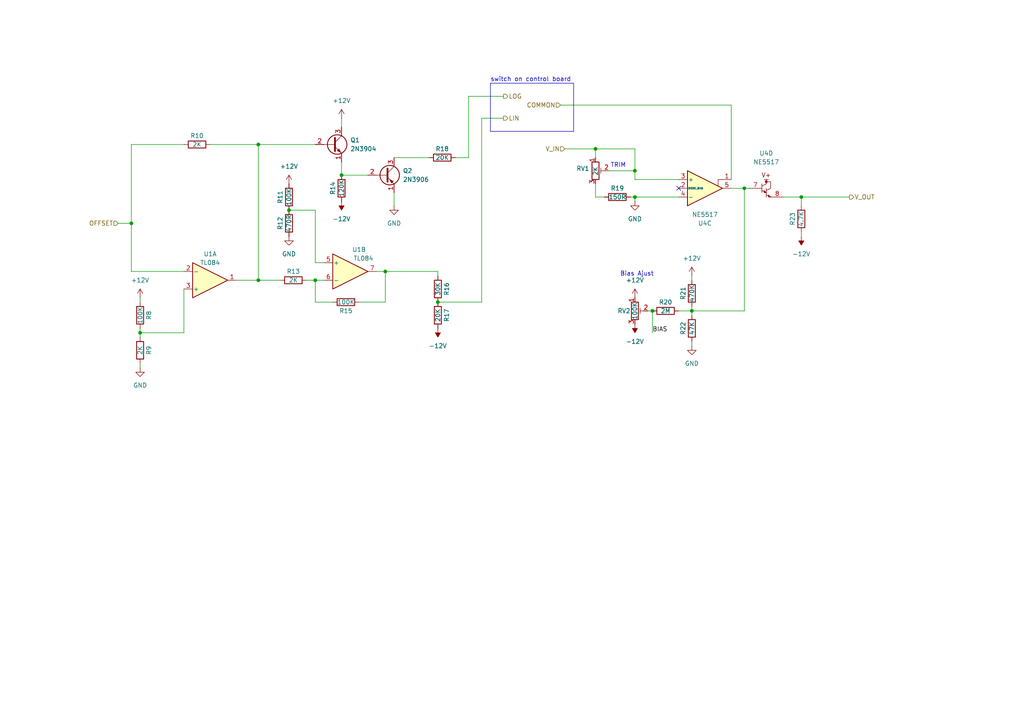
<source format=kicad_sch>
(kicad_sch (version 20250114) (generator "eeschema") (generator_version "9.0")
  (paper "A4")
  (lib_symbols
    (symbol "Amplifier_Operational:LM13700" (pin_names (offset 0.127))
      (property "Reference" "U" (at 3.81 5.08 0))
      (property "Value" "LM13700" (at 5.08 -5.08 0))
      (symbol "LM13700_1_1"
        (polyline (pts (xy 3.81 -0.635) (xy 3.81 -2.54) (xy 5.08 -2.54)))
        (polyline (pts (xy 5.08 0) (xy -5.08 -5.08) (xy -5.08 5.08) (xy 5.08 0)) (stroke (width 0.254)) (fill (type background)))
        (pin input line (at -7.62 2.54 0) (length 2.54) (name "-") (number "13"))
        (pin input line (at -7.62 0 0) (length 2.54) (name "DIODE_BIAS") (number "15"))
        (pin input line (at -7.62 -2.54 0) (length 2.54) (name "+") (number "14"))
        (pin output line (at 7.62 0 180) (length 2.54) (name "~") (number "12"))
        (pin input line (at 7.62 -2.54 180) (length 2.54) (name "~") (number "16"))
      )
      (symbol "LM13700_2_0"
        (polyline (pts (xy -1.905 2.54) (xy -3.175 2.54)))
      )
      (symbol "LM13700_2_1"
        (polyline (pts (xy -3.81 1.27) (xy -3.81 -1.27)))
        (polyline (pts (xy -3.81 0.635) (xy -2.54 1.27) (xy -2.54 1.905) (xy -2.54 2.54)))
        (polyline (pts (xy -3.81 -0.635) (xy -2.54 -1.27)))
        (circle (center -2.54 1.905) (radius 0.254) (stroke (width 0.254)) (fill (type outline)))
        (polyline (pts (xy -2.54 0) (xy -2.54 -2.54)))
        (polyline (pts (xy -2.54 -0.635) (xy -1.27 0) (xy -1.27 1.905) (xy -2.54 1.905)))
        (polyline (pts (xy -2.54 -1.27) (xy -3.175 -0.635) (xy -3.175 -1.27) (xy -2.54 -1.27)) (fill (type outline)))
        (polyline (pts (xy -2.54 -1.905) (xy -1.27 -2.54)))
        (polyline (pts (xy -1.27 -2.54) (xy -1.905 -1.905) (xy -1.905 -2.54) (xy -1.27 -2.54)) (fill (type outline)))
        (text "V+" (at -2.54 3.81 0) (effects (font (size 1.27 1.27))))
        (pin input line (at -7.62 0 0) (length 3.81) (name "~") (number "10"))
        (pin output line (at 2.54 -2.54 180) (length 3.81) (name "~") (number "9"))
      )
      (symbol "LM13700_3_1"
        (polyline (pts (xy 3.81 -0.635) (xy 3.81 -2.54) (xy 5.08 -2.54)))
        (polyline (pts (xy 5.08 0) (xy -5.08 -5.08) (xy -5.08 5.08) (xy 5.08 0)) (stroke (width 0.254)) (fill (type background)))
        (pin input line (at -7.62 2.54 0) (length 2.54) (name "-") (number "4"))
        (pin input line (at -7.62 0 0) (length 2.54) (name "DIODE_BIAS") (number "2"))
        (pin input line (at -7.62 -2.54 0) (length 2.54) (name "+") (number "3"))
        (pin output line (at 7.62 0 180) (length 2.54) (name "~") (number "5"))
        (pin input line (at 7.62 -2.54 180) (length 2.54) (name "~") (number "1"))
      )
      (symbol "LM13700_4_0"
        (polyline (pts (xy -3.175 2.54) (xy -1.905 2.54)))
        (text "V+" (at -2.54 3.81 0) (effects (font (size 1.27 1.27))))
      )
      (symbol "LM13700_4_1"
        (polyline (pts (xy -3.81 1.27) (xy -3.81 -1.27)))
        (polyline (pts (xy -3.81 0.635) (xy -2.54 1.27) (xy -2.54 2.54)))
        (polyline (pts (xy -3.81 -0.635) (xy -2.54 -1.27)))
        (circle (center -2.54 1.905) (radius 0.254) (stroke (width 0.254)) (fill (type outline)))
        (polyline (pts (xy -2.54 0) (xy -2.54 -2.54)))
        (polyline (pts (xy -2.54 -0.635) (xy -1.27 0) (xy -1.27 1.905) (xy -2.54 1.905)))
        (polyline (pts (xy -2.54 -1.27) (xy -3.175 -0.635) (xy -3.175 -1.27) (xy -2.54 -1.27)) (fill (type outline)))
        (polyline (pts (xy -2.54 -1.905) (xy -1.27 -2.54)))
        (polyline (pts (xy -1.27 -2.54) (xy -1.905 -1.905) (xy -1.905 -2.54) (xy -1.27 -2.54)) (fill (type outline)))
        (pin input line (at -7.62 0 0) (length 3.81) (name "~") (number "7"))
        (pin output line (at 2.54 -2.54 180) (length 3.81) (name "~") (number "8"))
      )
      (symbol "LM13700_5_1"
        (pin power_in line (at -2.54 7.62 270) (length 3.81) (name "V+") (number "11"))
        (pin power_in line (at -2.54 -7.62 90) (length 3.81) (name "V-") (number "6"))
      )
    )
    (symbol "Amplifier_Operational:TL084" (pin_names (offset 0.127))
      (property "Reference" "U" (at 0 5.08 0))
      (property "Value" "TL084" (at 0 -5.08 0))
      (symbol "TL084_1_1"
        (polyline (pts (xy -5.08 5.08) (xy 5.08 0) (xy -5.08 -5.08) (xy -5.08 5.08)) (stroke (width 0.254)) (fill (type background)))
        (pin input line (at -7.62 2.54 0) (length 2.54) (name "+") (number "3"))
        (pin input line (at -7.62 -2.54 0) (length 2.54) (name "-") (number "2"))
        (pin output line (at 7.62 0 180) (length 2.54) (name "~") (number "1"))
      )
      (symbol "TL084_2_1"
        (polyline (pts (xy -5.08 5.08) (xy 5.08 0) (xy -5.08 -5.08) (xy -5.08 5.08)) (stroke (width 0.254)) (fill (type background)))
        (pin input line (at -7.62 2.54 0) (length 2.54) (name "+") (number "5"))
        (pin input line (at -7.62 -2.54 0) (length 2.54) (name "-") (number "6"))
        (pin output line (at 7.62 0 180) (length 2.54) (name "~") (number "7"))
      )
      (symbol "TL084_3_1"
        (polyline (pts (xy -5.08 5.08) (xy 5.08 0) (xy -5.08 -5.08) (xy -5.08 5.08)) (stroke (width 0.254)) (fill (type background)))
        (pin input line (at -7.62 2.54 0) (length 2.54) (name "+") (number "10"))
        (pin input line (at -7.62 -2.54 0) (length 2.54) (name "-") (number "9"))
        (pin output line (at 7.62 0 180) (length 2.54) (name "~") (number "8"))
      )
      (symbol "TL084_4_1"
        (polyline (pts (xy -5.08 5.08) (xy 5.08 0) (xy -5.08 -5.08) (xy -5.08 5.08)) (stroke (width 0.254)) (fill (type background)))
        (pin input line (at -7.62 2.54 0) (length 2.54) (name "+") (number "12"))
        (pin input line (at -7.62 -2.54 0) (length 2.54) (name "-") (number "13"))
        (pin output line (at 7.62 0 180) (length 2.54) (name "~") (number "14"))
      )
      (symbol "TL084_5_1"
        (pin power_in line (at -2.54 7.62 270) (length 3.81) (name "V+") (number "4"))
        (pin power_in line (at -2.54 -7.62 90) (length 3.81) (name "V-") (number "11"))
      )
    )
    (symbol "Device:R" (pin_numbers (hide yes)) (pin_names (offset 0))
      (property "Reference" "R" (at 2.032 0 90))
      (property "Value" "R" (at 0 0 90))
      (symbol "R_0_1"
        (rectangle (start -1.016 -2.54) (end 1.016 2.54) (stroke (width 0.254)))
      )
      (symbol "R_1_1"
        (pin passive line (at 0 3.81 270) (length 1.27) (name "~") (number "1"))
        (pin passive line (at 0 -3.81 90) (length 1.27) (name "~") (number "2"))
      )
    )
    (symbol "Eurorack Common:R_Potentionmeter_Trim_Bournes" (pin_names (offset 1.016) (hide yes))
      (property "Reference" "RV" (at -4.445 0 90))
      (property "Value" "R_Potentionmeter_Trim" (at -2.54 0 90))
      (symbol "R_Potentionmeter_Trim_Bournes_0_1"
        (rectangle (start 1.016 2.54) (end -1.016 -2.54) (stroke (width 0.254)))
        (polyline (pts (xy 1.524 0.762) (xy 1.524 -0.762)))
        (polyline (pts (xy 2.54 0) (xy 1.524 0)))
      )
      (symbol "R_Potentionmeter_Trim_Bournes_1_1"
        (pin passive line (at 0 3.81 270) (length 1.27) (name "1") (number "1"))
        (pin passive line (at 0 -3.81 90) (length 1.27) (name "3") (number "3"))
        (pin passive line (at 3.81 0 180) (length 1.27) (name "2") (number "2"))
      )
    )
    (symbol "Transistor_BJT:2N3904" (pin_names (offset 0) (hide yes))
      (property "Reference" "Q" (at 5.08 1.905 0))
      (property "Value" "2N3904" (at 5.08 0 0))
      (symbol "2N3904_0_1"
        (polyline (pts (xy -2.54 0) (xy 0.635 0)))
        (polyline (pts (xy 0.635 1.905) (xy 0.635 -1.905)) (stroke (width 0.508)))
        (circle (center 1.27 0) (radius 2.8194) (stroke (width 0.254)))
      )
      (symbol "2N3904_1_1"
        (polyline (pts (xy 0.635 0.635) (xy 2.54 2.54)))
        (polyline (pts (xy 0.635 -0.635) (xy 2.54 -2.54)))
        (polyline (pts (xy 1.27 -1.778) (xy 1.778 -1.27) (xy 2.286 -2.286) (xy 1.27 -1.778)) (fill (type outline)))
        (pin input line (at -5.08 0 0) (length 2.54) (name "B") (number "2"))
        (pin passive line (at 2.54 5.08 270) (length 2.54) (name "C") (number "3"))
        (pin passive line (at 2.54 -5.08 90) (length 2.54) (name "E") (number "1"))
      )
    )
    (symbol "Transistor_BJT:2N3906" (pin_names (offset 0) (hide yes))
      (property "Reference" "Q" (at 5.08 1.905 0))
      (property "Value" "2N3906" (at 5.08 0 0))
      (symbol "2N3906_0_1"
        (polyline (pts (xy -2.54 0) (xy 0.635 0)))
        (polyline (pts (xy 0.635 1.905) (xy 0.635 -1.905)) (stroke (width 0.508)))
        (polyline (pts (xy 0.635 0.635) (xy 2.54 2.54)))
        (polyline (pts (xy 0.635 -0.635) (xy 2.54 -2.54)))
        (circle (center 1.27 0) (radius 2.8194) (stroke (width 0.254)))
        (polyline (pts (xy 2.286 -1.778) (xy 1.778 -2.286) (xy 1.27 -1.27) (xy 2.286 -1.778)) (fill (type outline)))
      )
      (symbol "2N3906_1_1"
        (pin input line (at -5.08 0 0) (length 2.54) (name "B") (number "2"))
        (pin passive line (at 2.54 5.08 270) (length 2.54) (name "C") (number "3"))
        (pin passive line (at 2.54 -5.08 90) (length 2.54) (name "E") (number "1"))
      )
    )
    (symbol "power:+12V" (power) (pin_numbers (hide yes)) (pin_names (offset 0) (hide yes))
      (property "Value" "+12V" (at 0 3.556 0))
      (symbol "+12V_0_1"
        (polyline (pts (xy -0.762 1.27) (xy 0 2.54)))
        (polyline (pts (xy 0 2.54) (xy 0.762 1.27)))
        (polyline (pts (xy 0 0) (xy 0 2.54)))
      )
      (symbol "+12V_1_1"
        (pin power_in line (at 0 0 90) (length 0) (name "~") (number "1"))
      )
    )
    (symbol "power:-12V" (power) (pin_numbers (hide yes)) (pin_names (offset 0) (hide yes))
      (property "Value" "-12V" (at 0 3.556 0))
      (symbol "-12V_0_0"
        (pin power_in line (at 0 0 90) (length 0) (name "~") (number "1"))
      )
      (symbol "-12V_0_1"
        (polyline (pts (xy 0 0) (xy 0 1.27) (xy 0.762 1.27) (xy 0 2.54) (xy -0.762 1.27) (xy 0 1.27)) (fill (type outline)))
      )
    )
    (symbol "power:GND" (power) (pin_numbers (hide yes)) (pin_names (offset 0) (hide yes))
      (property "Value" "GND" (at 0 -3.81 0))
      (symbol "GND_0_1"
        (polyline (pts (xy 0 0) (xy 0 -1.27) (xy 1.27 -1.27) (xy 0 -2.54) (xy -1.27 -1.27) (xy 0 -1.27)))
      )
      (symbol "GND_1_1"
        (pin power_in line (at 0 0 270) (length 0) (name "~") (number "1"))
      )
    )
  )
  (rectangle (start 142.24 24.13) (end 166.37 38.1))
  (text "switch on control board" (at 142.24 23.114 0) (effects (font (size 1.27 1.27)) (justify left)))
  (text "TRIM" (at 179.324 48.006 0) (effects (font (size 1.27 1.27))))
  (text "Bias Ajust" (at 179.832 80.264 0) (effects (font (size 1.27 1.27)) (justify left bottom)))
  (junction (at 40.64 96.52))
  (junction (at 184.15 57.15))
  (junction (at 232.41 57.15))
  (junction (at 200.66 90.17))
  (junction (at 38.1 64.77))
  (junction (at 111.76 78.74))
  (junction (at 74.93 81.28))
  (junction (at 215.9 54.61))
  (junction (at 172.72 43.18))
  (junction (at 127 87.63))
  (junction (at 74.93 41.91))
  (junction (at 189.23 90.17))
  (junction (at 91.44 81.28))
  (junction (at 99.06 50.8))
  (junction (at 184.15 49.53))
  (junction (at 83.82 60.96))
  (no_connect (at 196.85 54.61))
  (wire (pts (xy 40.64 106.68) (xy 40.64 105.41)))
  (wire (pts (xy 114.3 59.69) (xy 114.3 55.88)))
  (wire (pts (xy 38.1 41.91) (xy 38.1 64.77)))
  (wire (pts (xy 163.83 43.18) (xy 172.72 43.18)))
  (wire (pts (xy 40.64 86.36) (xy 40.64 87.63)))
  (wire (pts (xy 111.76 87.63) (xy 111.76 78.74)))
  (wire (pts (xy 104.14 87.63) (xy 111.76 87.63)))
  (wire (pts (xy 135.89 45.72) (xy 132.08 45.72)))
  (wire (pts (xy 38.1 64.77) (xy 38.1 78.74)))
  (wire (pts (xy 135.89 27.94) (xy 135.89 45.72)))
  (wire (pts (xy 200.66 90.17) (xy 215.9 90.17)))
  (wire (pts (xy 212.09 54.61) (xy 215.9 54.61)))
  (wire (pts (xy 184.15 57.15) (xy 196.85 57.15)))
  (wire (pts (xy 175.26 57.15) (xy 172.72 57.15)))
  (wire (pts (xy 91.44 87.63) (xy 96.52 87.63)))
  (wire (pts (xy 187.96 90.17) (xy 189.23 90.17)))
  (wire (pts (xy 127 80.01) (xy 127 78.74)))
  (wire (pts (xy 196.85 90.17) (xy 200.66 90.17)))
  (wire (pts (xy 74.93 41.91) (xy 74.93 81.28)))
  (wire (pts (xy 212.09 30.48) (xy 212.09 52.07)))
  (wire (pts (xy 227.33 57.15) (xy 232.41 57.15)))
  (wire (pts (xy 200.66 90.17) (xy 200.66 91.44)))
  (wire (pts (xy 232.41 57.15) (xy 246.38 57.15)))
  (wire (pts (xy 215.9 54.61) (xy 217.17 54.61)))
  (wire (pts (xy 40.64 95.25) (xy 40.64 96.52)))
  (wire (pts (xy 135.89 27.94) (xy 146.05 27.94)))
  (wire (pts (xy 215.9 54.61) (xy 215.9 90.17)))
  (wire (pts (xy 91.44 81.28) (xy 93.98 81.28)))
  (wire (pts (xy 99.06 46.99) (xy 99.06 50.8)))
  (wire (pts (xy 91.44 81.28) (xy 91.44 87.63)))
  (wire (pts (xy 91.44 60.96) (xy 83.82 60.96)))
  (wire (pts (xy 111.76 78.74) (xy 127 78.74)))
  (wire (pts (xy 200.66 99.06) (xy 200.66 100.33)))
  (wire (pts (xy 40.64 96.52) (xy 53.34 96.52)))
  (wire (pts (xy 172.72 53.34) (xy 172.72 57.15)))
  (wire (pts (xy 34.29 64.77) (xy 38.1 64.77)))
  (wire (pts (xy 182.88 57.15) (xy 184.15 57.15)))
  (wire (pts (xy 184.15 52.07) (xy 184.15 49.53)))
  (wire (pts (xy 184.15 52.07) (xy 196.85 52.07)))
  (wire (pts (xy 139.7 34.29) (xy 139.7 87.63)))
  (wire (pts (xy 60.96 41.91) (xy 74.93 41.91)))
  (wire (pts (xy 38.1 78.74) (xy 53.34 78.74)))
  (wire (pts (xy 53.34 96.52) (xy 53.34 83.82)))
  (wire (pts (xy 88.9 81.28) (xy 91.44 81.28)))
  (wire (pts (xy 99.06 34.29) (xy 99.06 36.83)))
  (wire (pts (xy 74.93 41.91) (xy 91.44 41.91)))
  (wire (pts (xy 124.46 45.72) (xy 114.3 45.72)))
  (wire (pts (xy 184.15 58.42) (xy 184.15 57.15)))
  (wire (pts (xy 200.66 88.9) (xy 200.66 90.17)))
  (wire (pts (xy 38.1 41.91) (xy 53.34 41.91)))
  (wire (pts (xy 91.44 76.2) (xy 93.98 76.2)))
  (wire (pts (xy 232.41 67.31) (xy 232.41 68.58)))
  (wire (pts (xy 200.66 80.01) (xy 200.66 81.28)))
  (wire (pts (xy 40.64 96.52) (xy 40.64 97.79)))
  (wire (pts (xy 176.53 49.53) (xy 184.15 49.53)))
  (wire (pts (xy 184.15 49.53) (xy 184.15 43.18)))
  (wire (pts (xy 106.68 50.8) (xy 99.06 50.8)))
  (wire (pts (xy 162.56 30.48) (xy 212.09 30.48)))
  (wire (pts (xy 139.7 34.29) (xy 146.05 34.29)))
  (wire (pts (xy 91.44 60.96) (xy 91.44 76.2)))
  (wire (pts (xy 109.22 78.74) (xy 111.76 78.74)))
  (wire (pts (xy 172.72 43.18) (xy 184.15 43.18)))
  (wire (pts (xy 232.41 59.69) (xy 232.41 57.15)))
  (wire (pts (xy 74.93 81.28) (xy 81.28 81.28)))
  (wire (pts (xy 139.7 87.63) (xy 127 87.63)))
  (wire (pts (xy 172.72 43.18) (xy 172.72 45.72)))
  (wire (pts (xy 68.58 81.28) (xy 74.93 81.28)))
  (wire (pts (xy 189.23 90.17) (xy 189.23 96.52)))
  (label "BIAS" (at 189.23 96.52 0))
  (hierarchical_label "COMMON" (shape input) (at 162.56 30.48 180))
  (hierarchical_label "LOG" (shape output) (at 146.05 27.94 0))
  (hierarchical_label "LIN" (shape output) (at 146.05 34.29 0))
  (hierarchical_label "V_IN" (shape input) (at 163.83 43.18 180))
  (hierarchical_label "OFFSET" (shape input) (at 34.29 64.77 180))
  (hierarchical_label "V_OUT" (shape output) (at 246.38 57.15 0))
  (symbol (lib_id "power:+12V") (at 83.82 53.34 0) (unit 1)
    (property "Reference" "#PWR024" (effects (hide yes)))
    (property "Value" "+12V" (at 83.82 48.26 0))
    (property "Description" "Power symbol creates a global label with name \"+12V\"" (effects (hide yes)))
    (instances (project "middle-board" (path "" (reference "#PWR024") (unit 1)) (path "" (reference "#PWR038") (unit 1))))
  )
  (symbol (lib_id "power:-12V") (at 99.06 58.42 180) (unit 1)
    (property "Reference" "#PWR027" (effects (hide yes)))
    (property "Value" "-12V" (at 99.06 63.5 0))
    (property "Description" "Power symbol creates a global label with name \"-12V\"" (effects (hide yes)))
    (instances (project "middle-board" (path "" (reference "#PWR027") (unit 1)) (path "" (reference "#PWR041") (unit 1))))
  )
  (symbol (lib_id "power:-12V") (at 232.41 68.58 180) (unit 1)
    (property "Reference" "#PWR035" (effects (hide yes)))
    (property "Value" "-12V" (at 232.41 73.66 0))
    (property "Description" "Power symbol creates a global label with name \"-12V\"" (effects (hide yes)))
    (instances (project "middle-board" (path "" (reference "#PWR035") (unit 1)) (path "" (reference "#PWR049") (unit 1))))
  )
  (symbol (lib_id "Device:R") (at 200.66 95.25 180) (unit 1)
    (property "Reference" "R22" (at 198.12 95.25 90))
    (property "Value" "47K" (at 200.66 95.25 90))
    (property "Footprint" "Resistor_THT:R_Axial_DIN0207_L6.3mm_D2.5mm_P7.62mm_Horizontal" (effects (hide yes)))
    (instances (project "middle-board" (path "" (reference "R22") (unit 1)) (path "" (reference "R38") (unit 1))))
  )
  (symbol (lib_id "Eurorack Common:R_Potentionmeter_Trim_Bournes") (at 184.15 90.17 0) (unit 1)
    (property "Reference" "RV2" (at 182.88 90.17 0) (effects (justify right)))
    (property "Value" "100K" (at 184.15 87.63 90) (effects (justify right)))
    (property "Footprint" "Eurorack Common:Potentiometer_Bourns_3296W_Horizontal" (effects (hide yes)))
    (property "Description" "Trim-potentiometer (bournes type)" (effects (hide yes)))
    (instances (project "middle-board" (path "" (reference "RV2") (unit 1)) (path "" (reference "RV4") (unit 1))))
  )
  (symbol (lib_id "Amplifier_Operational:TL084") (at 101.6 78.74 0) (unit 2)
    (property "Reference" "U1" (at 104.14 72.39 0))
    (property "Value" "TL084" (at 105.41 74.93 0))
    (property "Footprint" "Eurorack Common:Texas_DYY0014A_TSOT-23-14_2x4.2mm_P0.5mm" (effects (hide yes)))
    (property "Datasheet" "http://www.ti.com/lit/ds/symlink/tl081.pdf" (effects (hide yes)))
    (instances (project "middle-board" (path "" (reference "U1") (unit 2)) (path "" (reference "U1") (unit 4))))
  )
  (symbol (lib_id "Device:R") (at 40.64 91.44 0) (unit 1)
    (property "Reference" "R8" (at 43.18 91.44 90))
    (property "Value" "100K" (at 40.64 91.44 90))
    (property "Footprint" "Resistor_THT:R_Axial_DIN0207_L6.3mm_D2.5mm_P7.62mm_Horizontal" (effects (hide yes)))
    (instances (project "middle-board" (path "" (reference "R8") (unit 1)) (path "" (reference "R24") (unit 1))))
  )
  (symbol (lib_id "Device:R") (at 99.06 54.61 180) (unit 1)
    (property "Reference" "R14" (at 96.52 54.61 90))
    (property "Value" "120K" (at 99.06 54.61 90))
    (property "Footprint" "Resistor_THT:R_Axial_DIN0207_L6.3mm_D2.5mm_P7.62mm_Horizontal" (effects (hide yes)))
    (instances (project "middle-board" (path "" (reference "R14") (unit 1)) (path "" (reference "R30") (unit 1))))
  )
  (symbol (lib_id "Amplifier_Operational:LM13700") (at 204.47 54.61 0) (mirror x) (unit 3)
    (property "Reference" "U4" (at 204.47 64.77 0))
    (property "Value" "NE5517" (at 204.47 62.23 0))
    (property "Footprint" "Package_SO:JEITA_SOIC-16_3.9x9.9mm_P1.27mm" (effects (hide yes)))
    (instances (project "" (path "" (reference "U4") (unit 3)) (path "" (reference "U4") (unit 1))))
  )
  (symbol (lib_id "Transistor_BJT:2N3904") (at 96.52 41.91 0) (unit 1)
    (property "Reference" "Q1" (at 101.6 40.6399 0) (effects (justify left)))
    (property "Value" "2N3904" (at 101.6 43.1799 0) (effects (justify left)))
    (property "Footprint" "Package_TO_SOT_THT:TO-92_Inline" (effects (hide yes)))
    (property "Datasheet" "https://www.onsemi.com/pub/Collateral/2N3903-D.PDF" (effects (hide yes)))
    (property "Description" "0.2A Ic, 40V Vce, Small Signal NPN Transistor, TO-92" (effects (hide yes)))
    (instances (project "middle-board" (path "" (reference "Q1") (unit 1)) (path "" (reference "Q3") (unit 1))))
  )
  (symbol (lib_id "Device:R") (at 179.07 57.15 90) (unit 1)
    (property "Reference" "R19" (at 179.07 54.61 90))
    (property "Value" "150R" (at 179.07 57.15 90))
    (property "Footprint" "Resistor_THT:R_Axial_DIN0207_L6.3mm_D2.5mm_P7.62mm_Horizontal" (effects (hide yes)))
    (instances (project "middle-board" (path "" (reference "R19") (unit 1)) (path "" (reference "R35") (unit 1))))
  )
  (symbol (lib_id "power:GND") (at 83.82 68.58 0) (unit 1)
    (property "Reference" "#PWR025" (effects (hide yes)))
    (property "Value" "GND" (at 83.82 73.66 0))
    (property "Description" "Power symbol creates a global label with name \"GND\" , ground" (effects (hide yes)))
    (instances (project "middle-board" (path "" (reference "#PWR025") (unit 1)) (path "" (reference "#PWR039") (unit 1))))
  )
  (symbol (lib_id "Amplifier_Operational:TL084") (at 60.96 81.28 0) (mirror x) (unit 1)
    (property "Reference" "U1" (at 60.96 73.66 0))
    (property "Value" "TL084" (at 60.96 76.2 0))
    (property "Footprint" "Eurorack Common:Texas_DYY0014A_TSOT-23-14_2x4.2mm_P0.5mm" (effects (hide yes)))
    (property "Datasheet" "http://www.ti.com/lit/ds/symlink/tl081.pdf" (effects (hide yes)))
    (instances (project "middle-board" (path "" (reference "U1") (unit 1)) (path "" (reference "U1") (unit 3))))
  )
  (symbol (lib_id "Device:R") (at 193.04 90.17 90) (unit 1)
    (property "Reference" "R20" (at 193.04 87.63 90))
    (property "Value" "2M" (at 193.04 90.17 90))
    (property "Footprint" "Resistor_THT:R_Axial_DIN0207_L6.3mm_D2.5mm_P7.62mm_Horizontal" (effects (hide yes)))
    (instances (project "middle-board" (path "" (reference "R20") (unit 1)) (path "" (reference "R36") (unit 1))))
  )
  (symbol (lib_id "power:-12V") (at 127 95.25 180) (unit 1)
    (property "Reference" "#PWR029" (effects (hide yes)))
    (property "Value" "-12V" (at 127 100.33 0))
    (property "Description" "Power symbol creates a global label with name \"-12V\"" (effects (hide yes)))
    (instances (project "middle-board" (path "" (reference "#PWR029") (unit 1)) (path "" (reference "#PWR043") (unit 1))))
  )
  (symbol (lib_id "Device:R") (at 232.41 63.5 180) (unit 1)
    (property "Reference" "R23" (at 229.87 63.5 90))
    (property "Value" "4.7K" (at 232.41 63.5 90))
    (property "Footprint" "Resistor_THT:R_Axial_DIN0207_L6.3mm_D2.5mm_P7.62mm_Horizontal" (effects (hide yes)))
    (instances (project "middle-board" (path "" (reference "R23") (unit 1)) (path "" (reference "R39") (unit 1))))
  )
  (symbol (lib_id "power:+12V") (at 184.15 86.36 0) (unit 1)
    (property "Reference" "#PWR031" (effects (hide yes)))
    (property "Value" "+12V" (at 184.15 81.28 0))
    (property "Description" "Power symbol creates a global label with name \"+12V\"" (effects (hide yes)))
    (instances (project "middle-board" (path "" (reference "#PWR031") (unit 1)) (path "" (reference "#PWR045") (unit 1))))
  )
  (symbol (lib_id "Device:R") (at 128.27 45.72 90) (unit 1)
    (property "Reference" "R18" (at 128.27 43.18 90))
    (property "Value" "20K" (at 128.27 45.72 90))
    (property "Footprint" "Resistor_THT:R_Axial_DIN0207_L6.3mm_D2.5mm_P7.62mm_Horizontal" (effects (hide yes)))
    (instances (project "middle-board" (path "" (reference "R18") (unit 1)) (path "" (reference "R34") (unit 1))))
  )
  (symbol (lib_id "Device:R") (at 83.82 57.15 180) (unit 1)
    (property "Reference" "R11" (at 81.28 57.15 90))
    (property "Value" "100K" (at 83.82 57.15 90))
    (property "Footprint" "Resistor_THT:R_Axial_DIN0207_L6.3mm_D2.5mm_P7.62mm_Horizontal" (effects (hide yes)))
    (instances (project "middle-board" (path "" (reference "R11") (unit 1)) (path "" (reference "R27") (unit 1))))
  )
  (symbol (lib_id "power:+12V") (at 99.06 34.29 0) (unit 1)
    (property "Reference" "#PWR026" (effects (hide yes)))
    (property "Value" "+12V" (at 99.06 29.21 0))
    (property "Description" "Power symbol creates a global label with name \"+12V\"" (effects (hide yes)))
    (instances (project "middle-board" (path "" (reference "#PWR026") (unit 1)) (path "" (reference "#PWR040") (unit 1))))
  )
  (symbol (lib_id "Device:R") (at 127 91.44 0) (unit 1)
    (property "Reference" "R17" (at 129.54 91.44 90))
    (property "Value" "20K" (at 127 91.44 90))
    (property "Footprint" "Resistor_THT:R_Axial_DIN0207_L6.3mm_D2.5mm_P7.62mm_Horizontal" (effects (hide yes)))
    (instances (project "middle-board" (path "" (reference "R17") (unit 1)) (path "" (reference "R33") (unit 1))))
  )
  (symbol (lib_id "Device:R") (at 40.64 101.6 0) (unit 1)
    (property "Reference" "R9" (at 43.18 101.6 90))
    (property "Value" "2K" (at 40.64 101.6 90))
    (property "Footprint" "Resistor_THT:R_Axial_DIN0207_L6.3mm_D2.5mm_P7.62mm_Horizontal" (effects (hide yes)))
    (instances (project "middle-board" (path "" (reference "R9") (unit 1)) (path "" (reference "R25") (unit 1))))
  )
  (symbol (lib_id "Amplifier_Operational:LM13700") (at 224.79 54.61 0) (unit 4)
    (property "Reference" "U4" (at 222.25 44.45 0))
    (property "Value" "NE5517" (at 222.25 46.99 0))
    (property "Footprint" "Package_SO:JEITA_SOIC-16_3.9x9.9mm_P1.27mm" (effects (hide yes)))
    (instances (project "" (path "" (reference "U4") (unit 4)) (path "" (reference "U4") (unit 2))))
  )
  (symbol (lib_id "power:GND") (at 114.3 59.69 0) (mirror y) (unit 1)
    (property "Reference" "#PWR028" (effects (hide yes)))
    (property "Value" "GND" (at 114.3 64.77 0))
    (property "Description" "Power symbol creates a global label with name \"GND\" , ground" (effects (hide yes)))
    (instances (project "middle-board" (path "" (reference "#PWR028") (unit 1)) (path "" (reference "#PWR042") (unit 1))))
  )
  (symbol (lib_id "power:GND") (at 40.64 106.68 0) (unit 1)
    (property "Reference" "#PWR023" (effects (hide yes)))
    (property "Value" "GND" (at 40.64 111.76 0))
    (property "Description" "Power symbol creates a global label with name \"GND\" , ground" (effects (hide yes)))
    (instances (project "middle-board" (path "" (reference "#PWR023") (unit 1)) (path "" (reference "#PWR037") (unit 1))))
  )
  (symbol (lib_id "power:-12V") (at 184.15 93.98 180) (unit 1)
    (property "Reference" "#PWR032" (effects (hide yes)))
    (property "Value" "-12V" (at 184.15 99.06 0))
    (property "Description" "Power symbol creates a global label with name \"-12V\"" (effects (hide yes)))
    (instances (project "middle-board" (path "" (reference "#PWR032") (unit 1)) (path "" (reference "#PWR046") (unit 1))))
  )
  (symbol (lib_id "power:+12V") (at 200.66 80.01 0) (unit 1)
    (property "Reference" "#PWR033" (effects (hide yes)))
    (property "Value" "+12V" (at 200.66 74.93 0))
    (property "Description" "Power symbol creates a global label with name \"+12V\"" (effects (hide yes)))
    (instances (project "middle-board" (path "" (reference "#PWR033") (unit 1)) (path "" (reference "#PWR047") (unit 1))))
  )
  (symbol (lib_id "Transistor_BJT:2N3906") (at 111.76 50.8 0) (unit 1)
    (property "Reference" "Q2" (at 116.84 49.5299 0) (effects (justify left)))
    (property "Value" "2N3906" (at 116.84 52.0699 0) (effects (justify left)))
    (property "Footprint" "Package_TO_SOT_THT:TO-92_Inline" (effects (hide yes)))
    (property "Datasheet" "https://www.onsemi.com/pub/Collateral/2N3906-D.PDF" (effects (hide yes)))
    (property "Description" "-0.2A Ic, -40V Vce, Small Signal PNP Transistor, TO-92" (effects (hide yes)))
    (instances (project "middle-board" (path "" (reference "Q2") (unit 1)) (path "" (reference "Q4") (unit 1))))
  )
  (symbol (lib_id "Eurorack Common:R_Potentionmeter_Trim_Bournes") (at 172.72 49.53 0) (unit 1)
    (property "Reference" "RV1" (at 170.9421 48.8812 0) (effects (justify right)))
    (property "Value" "2K" (at 172.72 48.26 90) (effects (justify right)))
    (property "Footprint" "Eurorack Common:Potentiometer_Bourns_3296W_Horizontal" (effects (hide yes)))
    (property "Description" "Trim-potentiometer (bournes type)" (effects (hide yes)))
    (instances (project "middle-board" (path "" (reference "RV1") (unit 1)) (path "" (reference "RV3") (unit 1))))
  )
  (symbol (lib_id "power:+12V") (at 40.64 86.36 0) (unit 1)
    (property "Reference" "#PWR022" (effects (hide yes)))
    (property "Value" "+12V" (at 40.64 81.28 0))
    (property "Description" "Power symbol creates a global label with name \"+12V\"" (effects (hide yes)))
    (instances (project "middle-board" (path "" (reference "#PWR022") (unit 1)) (path "" (reference "#PWR036") (unit 1))))
  )
  (symbol (lib_id "Device:R") (at 85.09 81.28 90) (unit 1)
    (property "Reference" "R13" (at 85.09 78.74 90))
    (property "Value" "2K" (at 85.09 81.28 90))
    (property "Footprint" "Resistor_THT:R_Axial_DIN0207_L6.3mm_D2.5mm_P7.62mm_Horizontal" (effects (hide yes)))
    (instances (project "middle-board" (path "" (reference "R13") (unit 1)) (path "" (reference "R29") (unit 1))))
  )
  (symbol (lib_id "Device:R") (at 83.82 64.77 180) (unit 1)
    (property "Reference" "R12" (at 81.28 64.77 90))
    (property "Value" "470R" (at 83.82 64.77 90))
    (property "Footprint" "Resistor_THT:R_Axial_DIN0207_L6.3mm_D2.5mm_P7.62mm_Horizontal" (effects (hide yes)))
    (instances (project "middle-board" (path "" (reference "R12") (unit 1)) (path "" (reference "R28") (unit 1))))
  )
  (symbol (lib_id "Device:R") (at 57.15 41.91 90) (unit 1)
    (property "Reference" "R10" (at 57.15 39.37 90))
    (property "Value" "2K" (at 57.15 41.91 90))
    (property "Footprint" "Resistor_THT:R_Axial_DIN0207_L6.3mm_D2.5mm_P7.62mm_Horizontal" (effects (hide yes)))
    (instances (project "middle-board" (path "" (reference "R10") (unit 1)) (path "" (reference "R26") (unit 1))))
  )
  (symbol (lib_id "power:GND") (at 200.66 100.33 0) (unit 1)
    (property "Reference" "#PWR034" (effects (hide yes)))
    (property "Value" "GND" (at 200.66 105.41 0))
    (property "Description" "Power symbol creates a global label with name \"GND\" , ground" (effects (hide yes)))
    (instances (project "middle-board" (path "" (reference "#PWR034") (unit 1)) (path "" (reference "#PWR048") (unit 1))))
  )
  (symbol (lib_id "Device:R") (at 200.66 85.09 180) (unit 1)
    (property "Reference" "R21" (at 198.12 85.09 90))
    (property "Value" "470K" (at 200.66 85.09 90))
    (property "Footprint" "Resistor_THT:R_Axial_DIN0207_L6.3mm_D2.5mm_P7.62mm_Horizontal" (effects (hide yes)))
    (instances (project "middle-board" (path "" (reference "R21") (unit 1)) (path "" (reference "R37") (unit 1))))
  )
  (symbol (lib_id "power:GND") (at 184.15 58.42 0) (unit 1)
    (property "Reference" "#PWR030" (effects (hide yes)))
    (property "Value" "GND" (at 184.15 63.5 0))
    (property "Description" "Power symbol creates a global label with name \"GND\" , ground" (effects (hide yes)))
    (instances (project "middle-board" (path "" (reference "#PWR030") (unit 1)) (path "" (reference "#PWR044") (unit 1))))
  )
  (symbol (lib_id "Device:R") (at 127 83.82 0) (unit 1)
    (property "Reference" "R16" (at 129.54 83.82 90))
    (property "Value" "30K" (at 127 83.82 90))
    (property "Footprint" "Resistor_THT:R_Axial_DIN0207_L6.3mm_D2.5mm_P7.62mm_Horizontal" (effects (hide yes)))
    (instances (project "middle-board" (path "" (reference "R16") (unit 1)) (path "" (reference "R32") (unit 1))))
  )
  (symbol (lib_id "Device:R") (at 100.33 87.63 270) (unit 1)
    (property "Reference" "R15" (at 100.33 90.17 90))
    (property "Value" "100K" (at 100.33 87.63 90))
    (property "Footprint" "Resistor_THT:R_Axial_DIN0207_L6.3mm_D2.5mm_P7.62mm_Horizontal" (effects (hide yes)))
    (instances (project "middle-board" (path "" (reference "R15") (unit 1)) (path "" (reference "R31") (unit 1))))
  )
)
</source>
